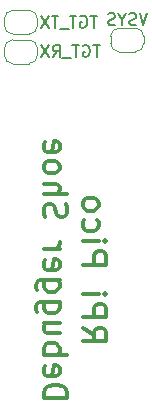
<source format=gbo>
%TF.GenerationSoftware,KiCad,Pcbnew,(5.1.10)-1*%
%TF.CreationDate,2021-05-16T15:19:33-05:00*%
%TF.ProjectId,rpi-pico-debugger-shoe,7270692d-7069-4636-9f2d-646562756767,v01*%
%TF.SameCoordinates,Original*%
%TF.FileFunction,Legend,Bot*%
%TF.FilePolarity,Positive*%
%FSLAX46Y46*%
G04 Gerber Fmt 4.6, Leading zero omitted, Abs format (unit mm)*
G04 Created by KiCad (PCBNEW (5.1.10)-1) date 2021-05-16 15:19:33*
%MOMM*%
%LPD*%
G01*
G04 APERTURE LIST*
%ADD10C,0.300000*%
%ADD11C,0.150000*%
%ADD12C,0.120000*%
%ADD13R,1.700000X1.700000*%
%ADD14O,1.700000X1.700000*%
%ADD15C,1.800000*%
%ADD16C,2.100000*%
%ADD17C,0.100000*%
G04 APERTURE END LIST*
D10*
X138245238Y-106857142D02*
X139197619Y-107523809D01*
X138245238Y-108000000D02*
X140245238Y-108000000D01*
X140245238Y-107238095D01*
X140150000Y-107047619D01*
X140054761Y-106952380D01*
X139864285Y-106857142D01*
X139578571Y-106857142D01*
X139388095Y-106952380D01*
X139292857Y-107047619D01*
X139197619Y-107238095D01*
X139197619Y-108000000D01*
X138245238Y-106000000D02*
X140245238Y-106000000D01*
X140245238Y-105238095D01*
X140150000Y-105047619D01*
X140054761Y-104952380D01*
X139864285Y-104857142D01*
X139578571Y-104857142D01*
X139388095Y-104952380D01*
X139292857Y-105047619D01*
X139197619Y-105238095D01*
X139197619Y-106000000D01*
X138245238Y-104000000D02*
X139578571Y-104000000D01*
X140245238Y-104000000D02*
X140150000Y-104095238D01*
X140054761Y-104000000D01*
X140150000Y-103904761D01*
X140245238Y-104000000D01*
X140054761Y-104000000D01*
X138245238Y-101523809D02*
X140245238Y-101523809D01*
X140245238Y-100761904D01*
X140150000Y-100571428D01*
X140054761Y-100476190D01*
X139864285Y-100380952D01*
X139578571Y-100380952D01*
X139388095Y-100476190D01*
X139292857Y-100571428D01*
X139197619Y-100761904D01*
X139197619Y-101523809D01*
X138245238Y-99523809D02*
X139578571Y-99523809D01*
X140245238Y-99523809D02*
X140150000Y-99619047D01*
X140054761Y-99523809D01*
X140150000Y-99428571D01*
X140245238Y-99523809D01*
X140054761Y-99523809D01*
X138340476Y-97714285D02*
X138245238Y-97904761D01*
X138245238Y-98285714D01*
X138340476Y-98476190D01*
X138435714Y-98571428D01*
X138626190Y-98666666D01*
X139197619Y-98666666D01*
X139388095Y-98571428D01*
X139483333Y-98476190D01*
X139578571Y-98285714D01*
X139578571Y-97904761D01*
X139483333Y-97714285D01*
X138245238Y-96571428D02*
X138340476Y-96761904D01*
X138435714Y-96857142D01*
X138626190Y-96952380D01*
X139197619Y-96952380D01*
X139388095Y-96857142D01*
X139483333Y-96761904D01*
X139578571Y-96571428D01*
X139578571Y-96285714D01*
X139483333Y-96095238D01*
X139388095Y-96000000D01*
X139197619Y-95904761D01*
X138626190Y-95904761D01*
X138435714Y-96000000D01*
X138340476Y-96095238D01*
X138245238Y-96285714D01*
X138245238Y-96571428D01*
X134945238Y-112857142D02*
X136945238Y-112857142D01*
X136945238Y-112380952D01*
X136850000Y-112095238D01*
X136659523Y-111904761D01*
X136469047Y-111809523D01*
X136088095Y-111714285D01*
X135802380Y-111714285D01*
X135421428Y-111809523D01*
X135230952Y-111904761D01*
X135040476Y-112095238D01*
X134945238Y-112380952D01*
X134945238Y-112857142D01*
X135040476Y-110095238D02*
X134945238Y-110285714D01*
X134945238Y-110666666D01*
X135040476Y-110857142D01*
X135230952Y-110952380D01*
X135992857Y-110952380D01*
X136183333Y-110857142D01*
X136278571Y-110666666D01*
X136278571Y-110285714D01*
X136183333Y-110095238D01*
X135992857Y-110000000D01*
X135802380Y-110000000D01*
X135611904Y-110952380D01*
X134945238Y-109142857D02*
X136945238Y-109142857D01*
X136183333Y-109142857D02*
X136278571Y-108952380D01*
X136278571Y-108571428D01*
X136183333Y-108380952D01*
X136088095Y-108285714D01*
X135897619Y-108190476D01*
X135326190Y-108190476D01*
X135135714Y-108285714D01*
X135040476Y-108380952D01*
X134945238Y-108571428D01*
X134945238Y-108952380D01*
X135040476Y-109142857D01*
X136278571Y-106476190D02*
X134945238Y-106476190D01*
X136278571Y-107333333D02*
X135230952Y-107333333D01*
X135040476Y-107238095D01*
X134945238Y-107047619D01*
X134945238Y-106761904D01*
X135040476Y-106571428D01*
X135135714Y-106476190D01*
X136278571Y-104666666D02*
X134659523Y-104666666D01*
X134469047Y-104761904D01*
X134373809Y-104857142D01*
X134278571Y-105047619D01*
X134278571Y-105333333D01*
X134373809Y-105523809D01*
X135040476Y-104666666D02*
X134945238Y-104857142D01*
X134945238Y-105238095D01*
X135040476Y-105428571D01*
X135135714Y-105523809D01*
X135326190Y-105619047D01*
X135897619Y-105619047D01*
X136088095Y-105523809D01*
X136183333Y-105428571D01*
X136278571Y-105238095D01*
X136278571Y-104857142D01*
X136183333Y-104666666D01*
X136278571Y-102857142D02*
X134659523Y-102857142D01*
X134469047Y-102952380D01*
X134373809Y-103047619D01*
X134278571Y-103238095D01*
X134278571Y-103523809D01*
X134373809Y-103714285D01*
X135040476Y-102857142D02*
X134945238Y-103047619D01*
X134945238Y-103428571D01*
X135040476Y-103619047D01*
X135135714Y-103714285D01*
X135326190Y-103809523D01*
X135897619Y-103809523D01*
X136088095Y-103714285D01*
X136183333Y-103619047D01*
X136278571Y-103428571D01*
X136278571Y-103047619D01*
X136183333Y-102857142D01*
X135040476Y-101142857D02*
X134945238Y-101333333D01*
X134945238Y-101714285D01*
X135040476Y-101904761D01*
X135230952Y-102000000D01*
X135992857Y-102000000D01*
X136183333Y-101904761D01*
X136278571Y-101714285D01*
X136278571Y-101333333D01*
X136183333Y-101142857D01*
X135992857Y-101047619D01*
X135802380Y-101047619D01*
X135611904Y-102000000D01*
X134945238Y-100190476D02*
X136278571Y-100190476D01*
X135897619Y-100190476D02*
X136088095Y-100095238D01*
X136183333Y-100000000D01*
X136278571Y-99809523D01*
X136278571Y-99619047D01*
X135040476Y-97523809D02*
X134945238Y-97238095D01*
X134945238Y-96761904D01*
X135040476Y-96571428D01*
X135135714Y-96476190D01*
X135326190Y-96380952D01*
X135516666Y-96380952D01*
X135707142Y-96476190D01*
X135802380Y-96571428D01*
X135897619Y-96761904D01*
X135992857Y-97142857D01*
X136088095Y-97333333D01*
X136183333Y-97428571D01*
X136373809Y-97523809D01*
X136564285Y-97523809D01*
X136754761Y-97428571D01*
X136850000Y-97333333D01*
X136945238Y-97142857D01*
X136945238Y-96666666D01*
X136850000Y-96380952D01*
X134945238Y-95523809D02*
X136945238Y-95523809D01*
X134945238Y-94666666D02*
X135992857Y-94666666D01*
X136183333Y-94761904D01*
X136278571Y-94952380D01*
X136278571Y-95238095D01*
X136183333Y-95428571D01*
X136088095Y-95523809D01*
X134945238Y-93428571D02*
X135040476Y-93619047D01*
X135135714Y-93714285D01*
X135326190Y-93809523D01*
X135897619Y-93809523D01*
X136088095Y-93714285D01*
X136183333Y-93619047D01*
X136278571Y-93428571D01*
X136278571Y-93142857D01*
X136183333Y-92952380D01*
X136088095Y-92857142D01*
X135897619Y-92761904D01*
X135326190Y-92761904D01*
X135135714Y-92857142D01*
X135040476Y-92952380D01*
X134945238Y-93142857D01*
X134945238Y-93428571D01*
X135040476Y-91142857D02*
X134945238Y-91333333D01*
X134945238Y-91714285D01*
X135040476Y-91904761D01*
X135230952Y-92000000D01*
X135992857Y-92000000D01*
X136183333Y-91904761D01*
X136278571Y-91714285D01*
X136278571Y-91333333D01*
X136183333Y-91142857D01*
X135992857Y-91047619D01*
X135802380Y-91047619D01*
X135611904Y-92000000D01*
D11*
X143714285Y-80252380D02*
X143380952Y-81252380D01*
X143047619Y-80252380D01*
X142761904Y-81204761D02*
X142619047Y-81252380D01*
X142380952Y-81252380D01*
X142285714Y-81204761D01*
X142238095Y-81157142D01*
X142190476Y-81061904D01*
X142190476Y-80966666D01*
X142238095Y-80871428D01*
X142285714Y-80823809D01*
X142380952Y-80776190D01*
X142571428Y-80728571D01*
X142666666Y-80680952D01*
X142714285Y-80633333D01*
X142761904Y-80538095D01*
X142761904Y-80442857D01*
X142714285Y-80347619D01*
X142666666Y-80300000D01*
X142571428Y-80252380D01*
X142333333Y-80252380D01*
X142190476Y-80300000D01*
X141571428Y-80776190D02*
X141571428Y-81252380D01*
X141904761Y-80252380D02*
X141571428Y-80776190D01*
X141238095Y-80252380D01*
X140952380Y-81204761D02*
X140809523Y-81252380D01*
X140571428Y-81252380D01*
X140476190Y-81204761D01*
X140428571Y-81157142D01*
X140380952Y-81061904D01*
X140380952Y-80966666D01*
X140428571Y-80871428D01*
X140476190Y-80823809D01*
X140571428Y-80776190D01*
X140761904Y-80728571D01*
X140857142Y-80680952D01*
X140904761Y-80633333D01*
X140952380Y-80538095D01*
X140952380Y-80442857D01*
X140904761Y-80347619D01*
X140857142Y-80300000D01*
X140761904Y-80252380D01*
X140523809Y-80252380D01*
X140380952Y-80300000D01*
X139700357Y-82952380D02*
X139128928Y-82952380D01*
X139414642Y-83952380D02*
X139414642Y-82952380D01*
X138271785Y-83000000D02*
X138367023Y-82952380D01*
X138509880Y-82952380D01*
X138652738Y-83000000D01*
X138747976Y-83095238D01*
X138795595Y-83190476D01*
X138843214Y-83380952D01*
X138843214Y-83523809D01*
X138795595Y-83714285D01*
X138747976Y-83809523D01*
X138652738Y-83904761D01*
X138509880Y-83952380D01*
X138414642Y-83952380D01*
X138271785Y-83904761D01*
X138224166Y-83857142D01*
X138224166Y-83523809D01*
X138414642Y-83523809D01*
X137938452Y-82952380D02*
X137367023Y-82952380D01*
X137652738Y-83952380D02*
X137652738Y-82952380D01*
X137271785Y-84047619D02*
X136509880Y-84047619D01*
X135700357Y-83952380D02*
X136033690Y-83476190D01*
X136271785Y-83952380D02*
X136271785Y-82952380D01*
X135890833Y-82952380D01*
X135795595Y-83000000D01*
X135747976Y-83047619D01*
X135700357Y-83142857D01*
X135700357Y-83285714D01*
X135747976Y-83380952D01*
X135795595Y-83428571D01*
X135890833Y-83476190D01*
X136271785Y-83476190D01*
X135367023Y-82952380D02*
X134700357Y-83952380D01*
X134700357Y-82952380D02*
X135367023Y-83952380D01*
X139462261Y-80452380D02*
X138890833Y-80452380D01*
X139176547Y-81452380D02*
X139176547Y-80452380D01*
X138033690Y-80500000D02*
X138128928Y-80452380D01*
X138271785Y-80452380D01*
X138414642Y-80500000D01*
X138509880Y-80595238D01*
X138557500Y-80690476D01*
X138605119Y-80880952D01*
X138605119Y-81023809D01*
X138557500Y-81214285D01*
X138509880Y-81309523D01*
X138414642Y-81404761D01*
X138271785Y-81452380D01*
X138176547Y-81452380D01*
X138033690Y-81404761D01*
X137986071Y-81357142D01*
X137986071Y-81023809D01*
X138176547Y-81023809D01*
X137700357Y-80452380D02*
X137128928Y-80452380D01*
X137414642Y-81452380D02*
X137414642Y-80452380D01*
X137033690Y-81547619D02*
X136271785Y-81547619D01*
X136176547Y-80452380D02*
X135605119Y-80452380D01*
X135890833Y-81452380D02*
X135890833Y-80452380D01*
X135367023Y-80452380D02*
X134700357Y-81452380D01*
X134700357Y-80452380D02*
X135367023Y-81452380D01*
D12*
%TO.C,JP3*%
X143400000Y-82200000D02*
G75*
G03*
X142700000Y-81500000I-700000J0D01*
G01*
X142700000Y-83500000D02*
G75*
G03*
X143400000Y-82800000I0J700000D01*
G01*
X140600000Y-82800000D02*
G75*
G03*
X141300000Y-83500000I700000J0D01*
G01*
X141300000Y-81500000D02*
G75*
G03*
X140600000Y-82200000I0J-700000D01*
G01*
X143400000Y-82800000D02*
X143400000Y-82200000D01*
X141300000Y-83500000D02*
X142700000Y-83500000D01*
X140600000Y-82200000D02*
X140600000Y-82800000D01*
X142700000Y-81500000D02*
X141300000Y-81500000D01*
%TO.C,JP2*%
X134400000Y-83200000D02*
G75*
G03*
X133700000Y-82500000I-700000J0D01*
G01*
X133700000Y-84500000D02*
G75*
G03*
X134400000Y-83800000I0J700000D01*
G01*
X131600000Y-83800000D02*
G75*
G03*
X132300000Y-84500000I700000J0D01*
G01*
X132300000Y-82500000D02*
G75*
G03*
X131600000Y-83200000I0J-700000D01*
G01*
X134400000Y-83800000D02*
X134400000Y-83200000D01*
X132300000Y-84500000D02*
X133700000Y-84500000D01*
X131600000Y-83200000D02*
X131600000Y-83800000D01*
X133700000Y-82500000D02*
X132300000Y-82500000D01*
%TO.C,JP1*%
X134400000Y-80700000D02*
G75*
G03*
X133700000Y-80000000I-700000J0D01*
G01*
X133700000Y-82000000D02*
G75*
G03*
X134400000Y-81300000I0J700000D01*
G01*
X131600000Y-81300000D02*
G75*
G03*
X132300000Y-82000000I700000J0D01*
G01*
X132300000Y-80000000D02*
G75*
G03*
X131600000Y-80700000I0J-700000D01*
G01*
X134400000Y-81300000D02*
X134400000Y-80700000D01*
X132300000Y-82000000D02*
X133700000Y-82000000D01*
X131600000Y-80700000D02*
X131600000Y-81300000D01*
X133700000Y-80000000D02*
X132300000Y-80000000D01*
%TD*%
%LPC*%
D13*
%TO.C,J8*%
X128610000Y-77370000D03*
D14*
X128610000Y-79910000D03*
%TD*%
D13*
%TO.C,J7*%
X134960000Y-129210000D03*
D14*
X137500000Y-129210000D03*
X140040000Y-129210000D03*
%TD*%
D13*
%TO.C,J6*%
X134960000Y-125400000D03*
D14*
X137500000Y-125400000D03*
X140040000Y-125400000D03*
%TD*%
D13*
%TO.C,J5*%
X146390000Y-77370000D03*
D14*
X146390000Y-79910000D03*
X146390000Y-82450000D03*
X146390000Y-84990000D03*
X146390000Y-87530000D03*
X146390000Y-90070000D03*
X146390000Y-92610000D03*
X146390000Y-95150000D03*
X146390000Y-97690000D03*
X146390000Y-100230000D03*
X146390000Y-102770000D03*
X146390000Y-105310000D03*
X146390000Y-107850000D03*
X146390000Y-110390000D03*
X146390000Y-112930000D03*
X146390000Y-115470000D03*
X146390000Y-118010000D03*
X146390000Y-120550000D03*
X146390000Y-123090000D03*
X146390000Y-125630000D03*
%TD*%
D13*
%TO.C,J4*%
X128610000Y-82450000D03*
D14*
X128610000Y-84990000D03*
X128610000Y-87530000D03*
X128610000Y-90070000D03*
X128610000Y-92610000D03*
X128610000Y-95150000D03*
X128610000Y-97690000D03*
X128610000Y-100230000D03*
X128610000Y-102770000D03*
X128610000Y-105310000D03*
X128610000Y-107850000D03*
X128610000Y-110390000D03*
X128610000Y-112930000D03*
X128610000Y-115470000D03*
X128610000Y-118010000D03*
X128610000Y-120550000D03*
X128610000Y-123090000D03*
X128610000Y-125630000D03*
%TD*%
D13*
%TO.C,J3*%
X134960000Y-122860000D03*
D14*
X137500000Y-122860000D03*
X140040000Y-122860000D03*
%TD*%
D13*
%TO.C,J2*%
X136230000Y-120320000D03*
D14*
X138770000Y-120320000D03*
%TD*%
D15*
%TO.C,J1*%
X140800000Y-77400000D03*
X134200000Y-77400000D03*
%TD*%
D16*
%TO.C,H1*%
X131800000Y-78000000D03*
%TD*%
%TO.C,H4*%
X143200000Y-125000000D03*
%TD*%
%TO.C,H3*%
X131800000Y-125000000D03*
%TD*%
%TO.C,H2*%
X143200000Y-78000000D03*
%TD*%
D17*
%TO.C,JP3*%
G36*
X142150000Y-81750000D02*
G01*
X142650000Y-81750000D01*
X142650000Y-81750602D01*
X142674534Y-81750602D01*
X142723365Y-81755412D01*
X142771490Y-81764984D01*
X142818445Y-81779228D01*
X142863778Y-81798005D01*
X142907051Y-81821136D01*
X142947850Y-81848396D01*
X142985779Y-81879524D01*
X143020476Y-81914221D01*
X143051604Y-81952150D01*
X143078864Y-81992949D01*
X143101995Y-82036222D01*
X143120772Y-82081555D01*
X143135016Y-82128510D01*
X143144588Y-82176635D01*
X143149398Y-82225466D01*
X143149398Y-82250000D01*
X143150000Y-82250000D01*
X143150000Y-82750000D01*
X143149398Y-82750000D01*
X143149398Y-82774534D01*
X143144588Y-82823365D01*
X143135016Y-82871490D01*
X143120772Y-82918445D01*
X143101995Y-82963778D01*
X143078864Y-83007051D01*
X143051604Y-83047850D01*
X143020476Y-83085779D01*
X142985779Y-83120476D01*
X142947850Y-83151604D01*
X142907051Y-83178864D01*
X142863778Y-83201995D01*
X142818445Y-83220772D01*
X142771490Y-83235016D01*
X142723365Y-83244588D01*
X142674534Y-83249398D01*
X142650000Y-83249398D01*
X142650000Y-83250000D01*
X142150000Y-83250000D01*
X142150000Y-81750000D01*
G37*
G36*
X141350000Y-83249398D02*
G01*
X141325466Y-83249398D01*
X141276635Y-83244588D01*
X141228510Y-83235016D01*
X141181555Y-83220772D01*
X141136222Y-83201995D01*
X141092949Y-83178864D01*
X141052150Y-83151604D01*
X141014221Y-83120476D01*
X140979524Y-83085779D01*
X140948396Y-83047850D01*
X140921136Y-83007051D01*
X140898005Y-82963778D01*
X140879228Y-82918445D01*
X140864984Y-82871490D01*
X140855412Y-82823365D01*
X140850602Y-82774534D01*
X140850602Y-82750000D01*
X140850000Y-82750000D01*
X140850000Y-82250000D01*
X140850602Y-82250000D01*
X140850602Y-82225466D01*
X140855412Y-82176635D01*
X140864984Y-82128510D01*
X140879228Y-82081555D01*
X140898005Y-82036222D01*
X140921136Y-81992949D01*
X140948396Y-81952150D01*
X140979524Y-81914221D01*
X141014221Y-81879524D01*
X141052150Y-81848396D01*
X141092949Y-81821136D01*
X141136222Y-81798005D01*
X141181555Y-81779228D01*
X141228510Y-81764984D01*
X141276635Y-81755412D01*
X141325466Y-81750602D01*
X141350000Y-81750602D01*
X141350000Y-81750000D01*
X141850000Y-81750000D01*
X141850000Y-83250000D01*
X141350000Y-83250000D01*
X141350000Y-83249398D01*
G37*
%TD*%
%TO.C,JP2*%
G36*
X133150000Y-82750000D02*
G01*
X133650000Y-82750000D01*
X133650000Y-82750602D01*
X133674534Y-82750602D01*
X133723365Y-82755412D01*
X133771490Y-82764984D01*
X133818445Y-82779228D01*
X133863778Y-82798005D01*
X133907051Y-82821136D01*
X133947850Y-82848396D01*
X133985779Y-82879524D01*
X134020476Y-82914221D01*
X134051604Y-82952150D01*
X134078864Y-82992949D01*
X134101995Y-83036222D01*
X134120772Y-83081555D01*
X134135016Y-83128510D01*
X134144588Y-83176635D01*
X134149398Y-83225466D01*
X134149398Y-83250000D01*
X134150000Y-83250000D01*
X134150000Y-83750000D01*
X134149398Y-83750000D01*
X134149398Y-83774534D01*
X134144588Y-83823365D01*
X134135016Y-83871490D01*
X134120772Y-83918445D01*
X134101995Y-83963778D01*
X134078864Y-84007051D01*
X134051604Y-84047850D01*
X134020476Y-84085779D01*
X133985779Y-84120476D01*
X133947850Y-84151604D01*
X133907051Y-84178864D01*
X133863778Y-84201995D01*
X133818445Y-84220772D01*
X133771490Y-84235016D01*
X133723365Y-84244588D01*
X133674534Y-84249398D01*
X133650000Y-84249398D01*
X133650000Y-84250000D01*
X133150000Y-84250000D01*
X133150000Y-82750000D01*
G37*
G36*
X132350000Y-84249398D02*
G01*
X132325466Y-84249398D01*
X132276635Y-84244588D01*
X132228510Y-84235016D01*
X132181555Y-84220772D01*
X132136222Y-84201995D01*
X132092949Y-84178864D01*
X132052150Y-84151604D01*
X132014221Y-84120476D01*
X131979524Y-84085779D01*
X131948396Y-84047850D01*
X131921136Y-84007051D01*
X131898005Y-83963778D01*
X131879228Y-83918445D01*
X131864984Y-83871490D01*
X131855412Y-83823365D01*
X131850602Y-83774534D01*
X131850602Y-83750000D01*
X131850000Y-83750000D01*
X131850000Y-83250000D01*
X131850602Y-83250000D01*
X131850602Y-83225466D01*
X131855412Y-83176635D01*
X131864984Y-83128510D01*
X131879228Y-83081555D01*
X131898005Y-83036222D01*
X131921136Y-82992949D01*
X131948396Y-82952150D01*
X131979524Y-82914221D01*
X132014221Y-82879524D01*
X132052150Y-82848396D01*
X132092949Y-82821136D01*
X132136222Y-82798005D01*
X132181555Y-82779228D01*
X132228510Y-82764984D01*
X132276635Y-82755412D01*
X132325466Y-82750602D01*
X132350000Y-82750602D01*
X132350000Y-82750000D01*
X132850000Y-82750000D01*
X132850000Y-84250000D01*
X132350000Y-84250000D01*
X132350000Y-84249398D01*
G37*
%TD*%
%TO.C,JP1*%
G36*
X133150000Y-80250000D02*
G01*
X133650000Y-80250000D01*
X133650000Y-80250602D01*
X133674534Y-80250602D01*
X133723365Y-80255412D01*
X133771490Y-80264984D01*
X133818445Y-80279228D01*
X133863778Y-80298005D01*
X133907051Y-80321136D01*
X133947850Y-80348396D01*
X133985779Y-80379524D01*
X134020476Y-80414221D01*
X134051604Y-80452150D01*
X134078864Y-80492949D01*
X134101995Y-80536222D01*
X134120772Y-80581555D01*
X134135016Y-80628510D01*
X134144588Y-80676635D01*
X134149398Y-80725466D01*
X134149398Y-80750000D01*
X134150000Y-80750000D01*
X134150000Y-81250000D01*
X134149398Y-81250000D01*
X134149398Y-81274534D01*
X134144588Y-81323365D01*
X134135016Y-81371490D01*
X134120772Y-81418445D01*
X134101995Y-81463778D01*
X134078864Y-81507051D01*
X134051604Y-81547850D01*
X134020476Y-81585779D01*
X133985779Y-81620476D01*
X133947850Y-81651604D01*
X133907051Y-81678864D01*
X133863778Y-81701995D01*
X133818445Y-81720772D01*
X133771490Y-81735016D01*
X133723365Y-81744588D01*
X133674534Y-81749398D01*
X133650000Y-81749398D01*
X133650000Y-81750000D01*
X133150000Y-81750000D01*
X133150000Y-80250000D01*
G37*
G36*
X132350000Y-81749398D02*
G01*
X132325466Y-81749398D01*
X132276635Y-81744588D01*
X132228510Y-81735016D01*
X132181555Y-81720772D01*
X132136222Y-81701995D01*
X132092949Y-81678864D01*
X132052150Y-81651604D01*
X132014221Y-81620476D01*
X131979524Y-81585779D01*
X131948396Y-81547850D01*
X131921136Y-81507051D01*
X131898005Y-81463778D01*
X131879228Y-81418445D01*
X131864984Y-81371490D01*
X131855412Y-81323365D01*
X131850602Y-81274534D01*
X131850602Y-81250000D01*
X131850000Y-81250000D01*
X131850000Y-80750000D01*
X131850602Y-80750000D01*
X131850602Y-80725466D01*
X131855412Y-80676635D01*
X131864984Y-80628510D01*
X131879228Y-80581555D01*
X131898005Y-80536222D01*
X131921136Y-80492949D01*
X131948396Y-80452150D01*
X131979524Y-80414221D01*
X132014221Y-80379524D01*
X132052150Y-80348396D01*
X132092949Y-80321136D01*
X132136222Y-80298005D01*
X132181555Y-80279228D01*
X132228510Y-80264984D01*
X132276635Y-80255412D01*
X132325466Y-80250602D01*
X132350000Y-80250602D01*
X132350000Y-80250000D01*
X132850000Y-80250000D01*
X132850000Y-81750000D01*
X132350000Y-81750000D01*
X132350000Y-81749398D01*
G37*
%TD*%
M02*

</source>
